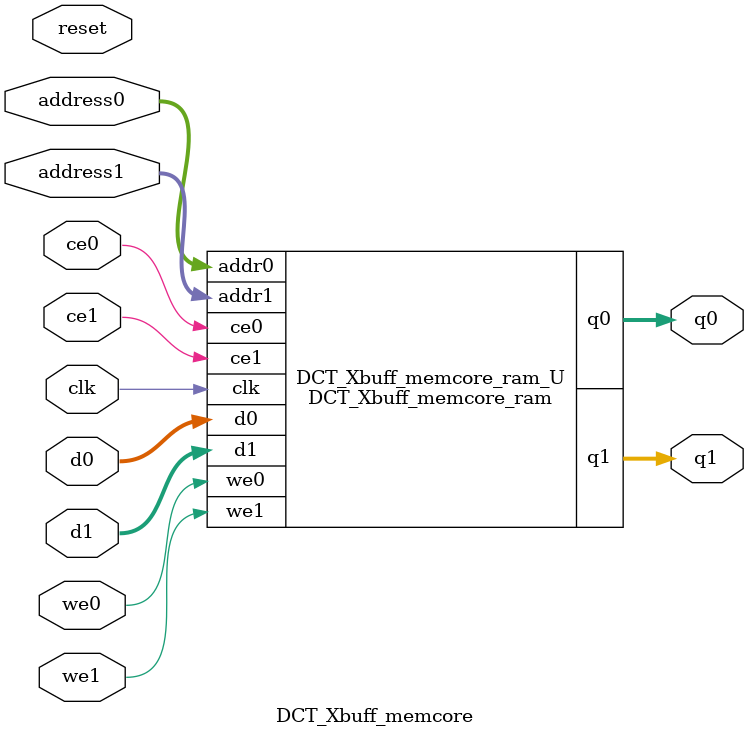
<source format=v>

`timescale 1 ns / 1 ps
module DCT_Xbuff_memcore_ram (addr0, ce0, d0, we0, q0, addr1, ce1, d1, we1, q1,  clk);

parameter DWIDTH = 32;
parameter AWIDTH = 8;
parameter MEM_SIZE = 130;

input[AWIDTH-1:0] addr0;
input ce0;
input[DWIDTH-1:0] d0;
input we0;
output reg[DWIDTH-1:0] q0;
input[AWIDTH-1:0] addr1;
input ce1;
input[DWIDTH-1:0] d1;
input we1;
output reg[DWIDTH-1:0] q1;
input clk;

(* ram_style = "block" *)reg [DWIDTH-1:0] ram[MEM_SIZE-1:0];




always @(posedge clk)  
begin 
    if (ce0) 
    begin
        if (we0) 
        begin 
            ram[addr0] <= d0; 
            q0 <= d0;
        end 
        else 
            q0 <= ram[addr0];
    end
end


always @(posedge clk)  
begin 
    if (ce1) 
    begin
        if (we1) 
        begin 
            ram[addr1] <= d1; 
            q1 <= d1;
        end 
        else 
            q1 <= ram[addr1];
    end
end


endmodule


`timescale 1 ns / 1 ps
module DCT_Xbuff_memcore(
    reset,
    clk,
    address0,
    ce0,
    we0,
    d0,
    q0,
    address1,
    ce1,
    we1,
    d1,
    q1);

parameter DataWidth = 32'd32;
parameter AddressRange = 32'd130;
parameter AddressWidth = 32'd8;
input reset;
input clk;
input[AddressWidth - 1:0] address0;
input ce0;
input we0;
input[DataWidth - 1:0] d0;
output[DataWidth - 1:0] q0;
input[AddressWidth - 1:0] address1;
input ce1;
input we1;
input[DataWidth - 1:0] d1;
output[DataWidth - 1:0] q1;



DCT_Xbuff_memcore_ram DCT_Xbuff_memcore_ram_U(
    .clk( clk ),
    .addr0( address0 ),
    .ce0( ce0 ),
    .d0( d0 ),
    .we0( we0 ),
    .q0( q0 ),
    .addr1( address1 ),
    .ce1( ce1 ),
    .d1( d1 ),
    .we1( we1 ),
    .q1( q1 ));

endmodule


</source>
